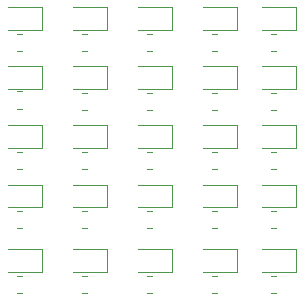
<source format=gbr>
%TF.GenerationSoftware,KiCad,Pcbnew,7.0.6-7.0.6~ubuntu20.04.1*%
%TF.CreationDate,2023-07-18T17:21:29-05:00*%
%TF.ProjectId,basic_microcontroller,62617369-635f-46d6-9963-726f636f6e74,rev?*%
%TF.SameCoordinates,Original*%
%TF.FileFunction,Legend,Bot*%
%TF.FilePolarity,Positive*%
%FSLAX46Y46*%
G04 Gerber Fmt 4.6, Leading zero omitted, Abs format (unit mm)*
G04 Created by KiCad (PCBNEW 7.0.6-7.0.6~ubuntu20.04.1) date 2023-07-18 17:21:29*
%MOMM*%
%LPD*%
G01*
G04 APERTURE LIST*
%ADD10C,0.120000*%
G04 APERTURE END LIST*
D10*
%TO.C,D25*%
X146360000Y-111460000D02*
X143500000Y-111460000D01*
X146360000Y-109540000D02*
X146360000Y-111460000D01*
X143500000Y-109540000D02*
X146360000Y-109540000D01*
%TO.C,D13*%
X157360000Y-100960000D02*
X154500000Y-100960000D01*
X157360000Y-99040000D02*
X157360000Y-100960000D01*
X154500000Y-99040000D02*
X157360000Y-99040000D01*
%TO.C,R21*%
X144727064Y-102735000D02*
X144272936Y-102735000D01*
X144727064Y-101265000D02*
X144272936Y-101265000D01*
%TO.C,R24*%
X155727064Y-107735000D02*
X155272936Y-107735000D01*
X155727064Y-106265000D02*
X155272936Y-106265000D01*
%TO.C,D5*%
X146360000Y-90960000D02*
X143500000Y-90960000D01*
X146360000Y-89040000D02*
X146360000Y-90960000D01*
X143500000Y-89040000D02*
X146360000Y-89040000D01*
%TO.C,R18*%
X160727064Y-102735000D02*
X160272936Y-102735000D01*
X160727064Y-101265000D02*
X160272936Y-101265000D01*
%TO.C,D17*%
X162360000Y-105960000D02*
X159500000Y-105960000D01*
X162360000Y-104040000D02*
X162360000Y-105960000D01*
X159500000Y-104040000D02*
X162360000Y-104040000D01*
%TO.C,R20*%
X150227064Y-102735000D02*
X149772936Y-102735000D01*
X150227064Y-101265000D02*
X149772936Y-101265000D01*
%TO.C,D18*%
X157360000Y-105960000D02*
X154500000Y-105960000D01*
X157360000Y-104040000D02*
X157360000Y-105960000D01*
X154500000Y-104040000D02*
X157360000Y-104040000D01*
%TO.C,R15*%
X150227064Y-97735000D02*
X149772936Y-97735000D01*
X150227064Y-96265000D02*
X149772936Y-96265000D01*
%TO.C,R16*%
X144727064Y-97735000D02*
X144272936Y-97735000D01*
X144727064Y-96265000D02*
X144272936Y-96265000D01*
%TO.C,D23*%
X157360000Y-111460000D02*
X154500000Y-111460000D01*
X157360000Y-109540000D02*
X157360000Y-111460000D01*
X154500000Y-109540000D02*
X157360000Y-109540000D01*
%TO.C,R25*%
X150227064Y-107735000D02*
X149772936Y-107735000D01*
X150227064Y-106265000D02*
X149772936Y-106265000D01*
%TO.C,D4*%
X151860000Y-90960000D02*
X149000000Y-90960000D01*
X151860000Y-89040000D02*
X151860000Y-90960000D01*
X149000000Y-89040000D02*
X151860000Y-89040000D01*
%TO.C,D26*%
X140860000Y-111460000D02*
X138000000Y-111460000D01*
X140860000Y-109540000D02*
X140860000Y-111460000D01*
X138000000Y-109540000D02*
X140860000Y-109540000D01*
%TO.C,R12*%
X139227064Y-92735000D02*
X138772936Y-92735000D01*
X139227064Y-91265000D02*
X138772936Y-91265000D01*
%TO.C,D19*%
X151860000Y-105960000D02*
X149000000Y-105960000D01*
X151860000Y-104040000D02*
X151860000Y-105960000D01*
X149000000Y-104040000D02*
X151860000Y-104040000D01*
%TO.C,R23*%
X160727064Y-107735000D02*
X160272936Y-107735000D01*
X160727064Y-106265000D02*
X160272936Y-106265000D01*
%TO.C,R11*%
X144727064Y-92735000D02*
X144272936Y-92735000D01*
X144727064Y-91265000D02*
X144272936Y-91265000D01*
%TO.C,R8*%
X160727064Y-92735000D02*
X160272936Y-92735000D01*
X160727064Y-91265000D02*
X160272936Y-91265000D01*
%TO.C,R30*%
X150227064Y-113235000D02*
X149772936Y-113235000D01*
X150227064Y-111765000D02*
X149772936Y-111765000D01*
%TO.C,R29*%
X155727064Y-113235000D02*
X155272936Y-113235000D01*
X155727064Y-111765000D02*
X155272936Y-111765000D01*
%TO.C,D14*%
X151860000Y-100960000D02*
X149000000Y-100960000D01*
X151860000Y-99040000D02*
X151860000Y-100960000D01*
X149000000Y-99040000D02*
X151860000Y-99040000D01*
%TO.C,R14*%
X155727064Y-97735000D02*
X155272936Y-97735000D01*
X155727064Y-96265000D02*
X155272936Y-96265000D01*
%TO.C,R9*%
X155727064Y-92735000D02*
X155272936Y-92735000D01*
X155727064Y-91265000D02*
X155272936Y-91265000D01*
%TO.C,D10*%
X146360000Y-95960000D02*
X143500000Y-95960000D01*
X146360000Y-94040000D02*
X146360000Y-95960000D01*
X143500000Y-94040000D02*
X146360000Y-94040000D01*
%TO.C,D16*%
X140860000Y-100960000D02*
X138000000Y-100960000D01*
X140860000Y-99040000D02*
X140860000Y-100960000D01*
X138000000Y-99040000D02*
X140860000Y-99040000D01*
%TO.C,D21*%
X140860000Y-105960000D02*
X138000000Y-105960000D01*
X140860000Y-104040000D02*
X140860000Y-105960000D01*
X138000000Y-104040000D02*
X140860000Y-104040000D01*
%TO.C,R10*%
X150227064Y-92735000D02*
X149772936Y-92735000D01*
X150227064Y-91265000D02*
X149772936Y-91265000D01*
%TO.C,R13*%
X160727064Y-97735000D02*
X160272936Y-97735000D01*
X160727064Y-96265000D02*
X160272936Y-96265000D01*
%TO.C,D7*%
X162360000Y-95960000D02*
X159500000Y-95960000D01*
X162360000Y-94040000D02*
X162360000Y-95960000D01*
X159500000Y-94040000D02*
X162360000Y-94040000D01*
%TO.C,D12*%
X162360000Y-100960000D02*
X159500000Y-100960000D01*
X162360000Y-99040000D02*
X162360000Y-100960000D01*
X159500000Y-99040000D02*
X162360000Y-99040000D01*
%TO.C,D8*%
X157360000Y-95960000D02*
X154500000Y-95960000D01*
X157360000Y-94040000D02*
X157360000Y-95960000D01*
X154500000Y-94040000D02*
X157360000Y-94040000D01*
%TO.C,D20*%
X146360000Y-105960000D02*
X143500000Y-105960000D01*
X146360000Y-104040000D02*
X146360000Y-105960000D01*
X143500000Y-104040000D02*
X146360000Y-104040000D01*
%TO.C,R32*%
X139227064Y-113235000D02*
X138772936Y-113235000D01*
X139227064Y-111765000D02*
X138772936Y-111765000D01*
%TO.C,D22*%
X162360000Y-111460000D02*
X159500000Y-111460000D01*
X162360000Y-109540000D02*
X162360000Y-111460000D01*
X159500000Y-109540000D02*
X162360000Y-109540000D01*
%TO.C,D6*%
X140860000Y-90960000D02*
X138000000Y-90960000D01*
X140860000Y-89040000D02*
X140860000Y-90960000D01*
X138000000Y-89040000D02*
X140860000Y-89040000D01*
%TO.C,D24*%
X151860000Y-111460000D02*
X149000000Y-111460000D01*
X151860000Y-109540000D02*
X151860000Y-111460000D01*
X149000000Y-109540000D02*
X151860000Y-109540000D01*
%TO.C,R17*%
X139227064Y-97635000D02*
X138772936Y-97635000D01*
X139227064Y-96165000D02*
X138772936Y-96165000D01*
%TO.C,R26*%
X144727064Y-107735000D02*
X144272936Y-107735000D01*
X144727064Y-106265000D02*
X144272936Y-106265000D01*
%TO.C,D9*%
X151860000Y-95960000D02*
X149000000Y-95960000D01*
X151860000Y-94040000D02*
X151860000Y-95960000D01*
X149000000Y-94040000D02*
X151860000Y-94040000D01*
%TO.C,D2*%
X162360000Y-90960000D02*
X159500000Y-90960000D01*
X162360000Y-89040000D02*
X162360000Y-90960000D01*
X159500000Y-89040000D02*
X162360000Y-89040000D01*
%TO.C,R22*%
X139227064Y-102735000D02*
X138772936Y-102735000D01*
X139227064Y-101265000D02*
X138772936Y-101265000D01*
%TO.C,R31*%
X144727064Y-113235000D02*
X144272936Y-113235000D01*
X144727064Y-111765000D02*
X144272936Y-111765000D01*
%TO.C,D3*%
X157360000Y-90960000D02*
X154500000Y-90960000D01*
X157360000Y-89040000D02*
X157360000Y-90960000D01*
X154500000Y-89040000D02*
X157360000Y-89040000D01*
%TO.C,D11*%
X140860000Y-95960000D02*
X138000000Y-95960000D01*
X140860000Y-94040000D02*
X140860000Y-95960000D01*
X138000000Y-94040000D02*
X140860000Y-94040000D01*
%TO.C,R28*%
X160727064Y-113235000D02*
X160272936Y-113235000D01*
X160727064Y-111765000D02*
X160272936Y-111765000D01*
%TO.C,R19*%
X155727064Y-102735000D02*
X155272936Y-102735000D01*
X155727064Y-101265000D02*
X155272936Y-101265000D01*
%TO.C,D15*%
X146360000Y-100960000D02*
X143500000Y-100960000D01*
X146360000Y-99040000D02*
X146360000Y-100960000D01*
X143500000Y-99040000D02*
X146360000Y-99040000D01*
%TO.C,R27*%
X139227064Y-107735000D02*
X138772936Y-107735000D01*
X139227064Y-106265000D02*
X138772936Y-106265000D01*
%TD*%
M02*

</source>
